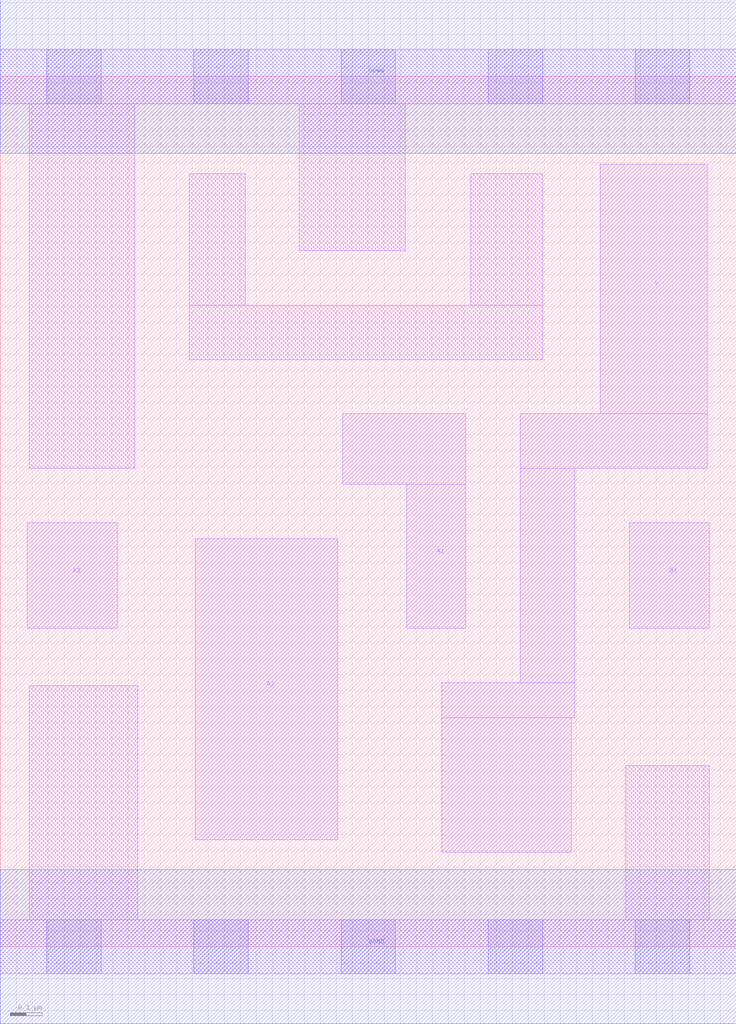
<source format=lef>
# Copyright 2020 The SkyWater PDK Authors
#
# Licensed under the Apache License, Version 2.0 (the "License");
# you may not use this file except in compliance with the License.
# You may obtain a copy of the License at
#
#     https://www.apache.org/licenses/LICENSE-2.0
#
# Unless required by applicable law or agreed to in writing, software
# distributed under the License is distributed on an "AS IS" BASIS,
# WITHOUT WARRANTIES OR CONDITIONS OF ANY KIND, either express or implied.
# See the License for the specific language governing permissions and
# limitations under the License.
#
# SPDX-License-Identifier: Apache-2.0

VERSION 5.7 ;
  NAMESCASESENSITIVE ON ;
  NOWIREEXTENSIONATPIN ON ;
  DIVIDERCHAR "/" ;
  BUSBITCHARS "[]" ;
UNITS
  DATABASE MICRONS 200 ;
END UNITS
MACRO sky130_fd_sc_hd__a31oi_1
  CLASS CORE ;
  SOURCE USER ;
  FOREIGN sky130_fd_sc_hd__a31oi_1 ;
  ORIGIN  0.000000  0.000000 ;
  SIZE  2.300000 BY  2.720000 ;
  SYMMETRY X Y R90 ;
  SITE unithd ;
  PIN A1
    ANTENNAGATEAREA  0.247500 ;
    DIRECTION INPUT ;
    USE SIGNAL ;
    PORT
      LAYER li1 ;
        RECT 1.070000 1.445000 1.455000 1.665000 ;
        RECT 1.270000 0.995000 1.455000 1.445000 ;
    END
  END A1
  PIN A2
    ANTENNAGATEAREA  0.247500 ;
    DIRECTION INPUT ;
    USE SIGNAL ;
    PORT
      LAYER li1 ;
        RECT 0.610000 0.335000 1.055000 1.275000 ;
    END
  END A2
  PIN A3
    ANTENNAGATEAREA  0.247500 ;
    DIRECTION INPUT ;
    USE SIGNAL ;
    PORT
      LAYER li1 ;
        RECT 0.085000 0.995000 0.365000 1.325000 ;
    END
  END A3
  PIN B1
    ANTENNAGATEAREA  0.247500 ;
    DIRECTION INPUT ;
    USE SIGNAL ;
    PORT
      LAYER li1 ;
        RECT 1.965000 0.995000 2.215000 1.325000 ;
    END
  END B1
  PIN Y
    ANTENNADIFFAREA  0.481250 ;
    DIRECTION OUTPUT ;
    USE SIGNAL ;
    PORT
      LAYER li1 ;
        RECT 1.380000 0.295000 1.785000 0.715000 ;
        RECT 1.380000 0.715000 1.795000 0.825000 ;
        RECT 1.625000 0.825000 1.795000 1.495000 ;
        RECT 1.625000 1.495000 2.210000 1.665000 ;
        RECT 1.875000 1.665000 2.210000 2.445000 ;
    END
  END Y
  PIN VGND
    DIRECTION INOUT ;
    SHAPE ABUTMENT ;
    USE GROUND ;
    PORT
      LAYER met1 ;
        RECT 0.000000 -0.240000 2.300000 0.240000 ;
    END
  END VGND
  PIN VPWR
    DIRECTION INOUT ;
    SHAPE ABUTMENT ;
    USE POWER ;
    PORT
      LAYER met1 ;
        RECT 0.000000 2.480000 2.300000 2.960000 ;
    END
  END VPWR
  OBS
    LAYER li1 ;
      RECT 0.000000 -0.085000 2.300000 0.085000 ;
      RECT 0.000000  2.635000 2.300000 2.805000 ;
      RECT 0.090000  0.085000 0.430000 0.815000 ;
      RECT 0.090000  1.495000 0.420000 2.635000 ;
      RECT 0.590000  1.835000 1.695000 2.005000 ;
      RECT 0.590000  2.005000 0.765000 2.415000 ;
      RECT 0.935000  2.175000 1.265000 2.635000 ;
      RECT 1.470000  2.005000 1.695000 2.415000 ;
      RECT 1.955000  0.085000 2.215000 0.565000 ;
    LAYER mcon ;
      RECT 0.145000 -0.085000 0.315000 0.085000 ;
      RECT 0.145000  2.635000 0.315000 2.805000 ;
      RECT 0.605000 -0.085000 0.775000 0.085000 ;
      RECT 0.605000  2.635000 0.775000 2.805000 ;
      RECT 1.065000 -0.085000 1.235000 0.085000 ;
      RECT 1.065000  2.635000 1.235000 2.805000 ;
      RECT 1.525000 -0.085000 1.695000 0.085000 ;
      RECT 1.525000  2.635000 1.695000 2.805000 ;
      RECT 1.985000 -0.085000 2.155000 0.085000 ;
      RECT 1.985000  2.635000 2.155000 2.805000 ;
  END
END sky130_fd_sc_hd__a31oi_1

</source>
